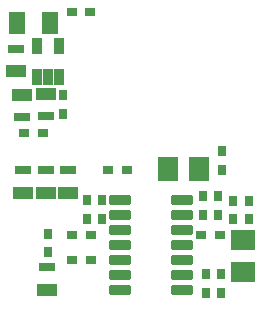
<source format=gbp>
G04*
G04 #@! TF.GenerationSoftware,Altium Limited,Altium Designer,24.2.2 (26)*
G04*
G04 Layer_Color=128*
%FSLAX25Y25*%
%MOIN*%
G70*
G04*
G04 #@! TF.SameCoordinates,F296BD43-7A1A-4B5F-AFD2-8FBC70BB071E*
G04*
G04*
G04 #@! TF.FilePolarity,Positive*
G04*
G01*
G75*
%ADD26R,0.03800X0.03100*%
%ADD30R,0.05512X0.03150*%
%ADD31R,0.06512X0.04150*%
%ADD40R,0.03100X0.03800*%
%ADD223R,0.03362X0.05331*%
%ADD224R,0.05528X0.07693*%
%ADD225R,0.06669X0.08165*%
G04:AMPARAMS|DCode=226|XSize=72.99mil|YSize=34.02mil|CornerRadius=8mil|HoleSize=0mil|Usage=FLASHONLY|Rotation=180.000|XOffset=0mil|YOffset=0mil|HoleType=Round|Shape=RoundedRectangle|*
%AMROUNDEDRECTD226*
21,1,0.07299,0.01801,0,0,180.0*
21,1,0.05699,0.03402,0,0,180.0*
1,1,0.01600,-0.02849,0.00901*
1,1,0.01600,0.02849,0.00901*
1,1,0.01600,0.02849,-0.00901*
1,1,0.01600,-0.02849,-0.00901*
%
%ADD226ROUNDEDRECTD226*%
%ADD227R,0.08165X0.06669*%
D26*
X341626Y49114D02*
D03*
X347926D02*
D03*
X329676Y27564D02*
D03*
X335976D02*
D03*
X329476Y19014D02*
D03*
X335776D02*
D03*
X319976Y61364D02*
D03*
X313676D02*
D03*
X335722Y101898D02*
D03*
X329422D02*
D03*
X379026Y27564D02*
D03*
X372726D02*
D03*
D30*
X310919Y89497D02*
D03*
X320761Y67056D02*
D03*
X312888Y66662D02*
D03*
X321311Y16662D02*
D03*
X320854Y49014D02*
D03*
X328335D02*
D03*
X313374D02*
D03*
D31*
X310919Y82016D02*
D03*
X320761Y74536D02*
D03*
X312888Y74142D02*
D03*
X321311Y9182D02*
D03*
X320854Y41533D02*
D03*
X328335D02*
D03*
X313374D02*
D03*
D40*
X383360Y32606D02*
D03*
Y38906D02*
D03*
X388478D02*
D03*
Y32606D02*
D03*
X378242Y34106D02*
D03*
Y40406D02*
D03*
X373124Y34106D02*
D03*
Y40406D02*
D03*
X379348Y7953D02*
D03*
Y14253D02*
D03*
X339541Y32906D02*
D03*
Y39206D02*
D03*
X334422D02*
D03*
Y32906D02*
D03*
X321705Y21583D02*
D03*
Y27883D02*
D03*
X379423Y55442D02*
D03*
Y49142D02*
D03*
X374230Y14253D02*
D03*
Y7953D02*
D03*
X326667Y73945D02*
D03*
Y67645D02*
D03*
D223*
X325289Y80245D02*
D03*
X321549D02*
D03*
X317809D02*
D03*
X325289Y90481D02*
D03*
X317809D02*
D03*
D224*
X311313Y97961D02*
D03*
X322336D02*
D03*
D225*
X361565Y49536D02*
D03*
X372084D02*
D03*
D226*
X345670Y38964D02*
D03*
Y33964D02*
D03*
Y28964D02*
D03*
Y23964D02*
D03*
Y18964D02*
D03*
Y13964D02*
D03*
Y8964D02*
D03*
X366182D02*
D03*
Y13964D02*
D03*
Y18964D02*
D03*
Y23964D02*
D03*
Y28964D02*
D03*
Y33964D02*
D03*
Y38964D02*
D03*
D227*
X386509Y15142D02*
D03*
Y25662D02*
D03*
M02*

</source>
